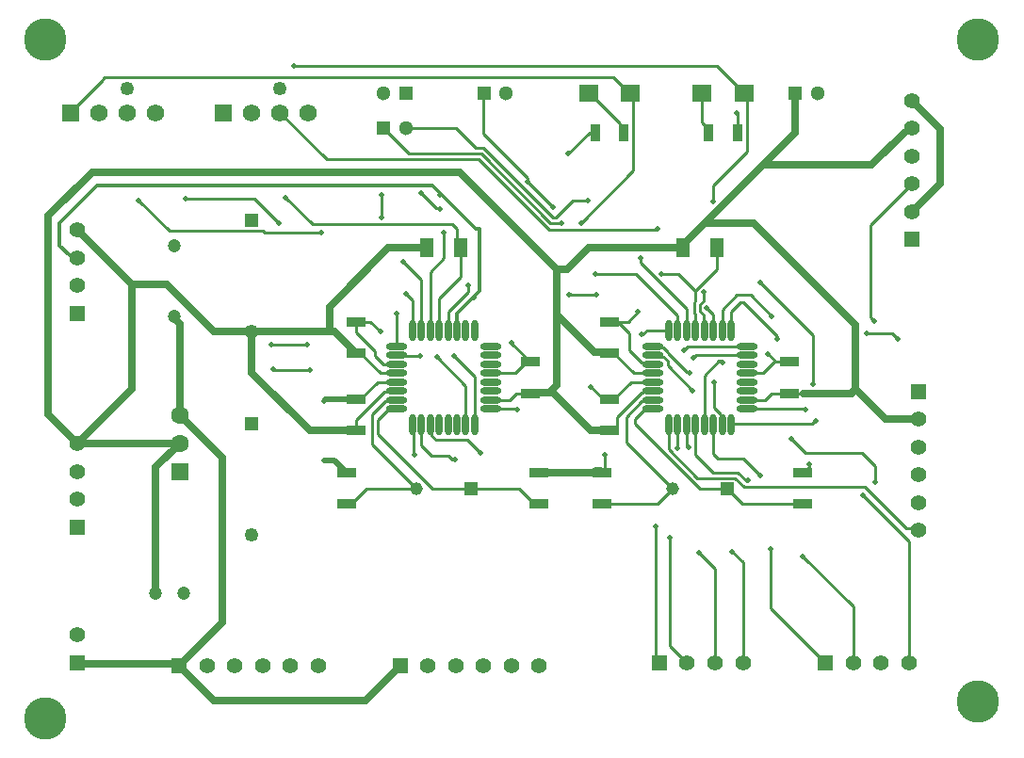
<source format=gtl>
G04*
G04 #@! TF.GenerationSoftware,Altium Limited,Altium Designer,22.1.2 (22)*
G04*
G04 Layer_Physical_Order=1*
G04 Layer_Color=255*
%FSLAX25Y25*%
%MOIN*%
G70*
G04*
G04 #@! TF.SameCoordinates,791223F6-2876-430F-897D-041DB45C5482*
G04*
G04*
G04 #@! TF.FilePolarity,Positive*
G04*
G01*
G75*
%ADD14C,0.01000*%
%ADD17R,0.03764X0.06338*%
%ADD18R,0.06693X0.03740*%
%ADD20R,0.06890X0.05906*%
%ADD21C,0.04921*%
%ADD22C,0.06181*%
%ADD23R,0.06181X0.06181*%
%ADD26C,0.05512*%
%ADD27R,0.05512X0.05512*%
%ADD28C,0.05118*%
%ADD29R,0.05118X0.05118*%
%ADD30R,0.04921X0.04921*%
%ADD32R,0.05512X0.05512*%
%ADD37O,0.02362X0.07677*%
%ADD38O,0.07677X0.02362*%
%ADD39R,0.04921X0.07087*%
%ADD40C,0.02500*%
%ADD41C,0.02000*%
%ADD42C,0.01200*%
%ADD43R,0.04547X0.04547*%
%ADD44C,0.04547*%
%ADD45C,0.04724*%
%ADD46R,0.06299X0.06299*%
%ADD47C,0.06299*%
%ADD48C,0.15000*%
%ADD49C,0.02000*%
D14*
X252458Y113108D02*
X280535D01*
X281535Y114108D01*
X281806D01*
X257663Y118234D02*
X278180D01*
X257537Y118360D02*
X257663Y118234D01*
X278180D02*
X278306Y118108D01*
X236806Y104608D02*
Y104879D01*
X236081Y105604D02*
Y112651D01*
Y105604D02*
X236806Y104879D01*
X232834Y112555D02*
X232931Y112651D01*
X232737Y104540D02*
X232834Y104637D01*
Y112555D01*
X239860Y93882D02*
X253306D01*
X217806Y113108D02*
Y114750D01*
X240806Y90108D02*
X250411D01*
X229781Y103961D02*
Y112651D01*
X217806Y113108D02*
X240806Y90108D01*
X229781Y103961D02*
X239860Y93882D01*
X239306Y102108D02*
Y105699D01*
X239230Y105774D02*
X239306Y105699D01*
X239230Y105774D02*
Y112651D01*
X239306Y102108D02*
X245532Y95882D01*
X252001Y112651D02*
X252458Y113108D01*
X251829Y112651D02*
X252001D01*
X124247Y149167D02*
X127806Y145608D01*
X119073Y149167D02*
X124247D01*
X254160Y216108D02*
Y222753D01*
X253806Y223108D02*
X254160Y222753D01*
X217310Y202612D02*
Y228986D01*
X225035Y181608D02*
X225535Y182108D01*
X225806D01*
X187556Y181608D02*
X225035D01*
X195806Y192108D02*
X201306D01*
X194306Y208608D02*
X201806Y216108D01*
X203683D01*
X198806Y184108D02*
X217310Y202612D01*
X162556Y206608D02*
X187556Y181608D01*
X215695Y230108D02*
X216187D01*
X217310Y228986D01*
X174344Y141415D02*
Y141826D01*
Y141415D02*
X180864Y134895D01*
X206276Y95620D02*
X206306D01*
X204829D02*
X206276D01*
X207306Y96620D02*
Y102108D01*
X206306Y95620D02*
X207306Y96620D01*
X215365Y149167D02*
X218806Y152608D01*
X208805Y149167D02*
X215365D01*
X202306Y126108D02*
X206794Y121620D01*
X208805D01*
X267099Y134895D02*
X267814D01*
X264968Y137741D02*
X267814Y134895D01*
X272544D01*
X279459Y97773D02*
Y98786D01*
X277306Y95620D02*
X279459Y97773D01*
X107806Y121108D02*
X108317Y121620D01*
X245529Y102384D02*
X247141Y100772D01*
X256141D01*
X245529Y102384D02*
Y112651D01*
X245532Y95882D02*
X254135D01*
X277306Y66108D02*
X295136Y48277D01*
Y28230D02*
Y48277D01*
X256141Y100772D02*
X262306Y94608D01*
X254135Y95882D02*
X257408Y92608D01*
X257806D01*
X265799Y47724D02*
Y68696D01*
Y47724D02*
X285294Y28230D01*
X257806Y92608D02*
Y93108D01*
X256580Y90608D02*
X299296D01*
X250411Y90108D02*
X255923Y84596D01*
X277306D01*
X299296Y90608D02*
X313912Y75992D01*
X252306Y67608D02*
X256022Y63892D01*
Y28230D02*
Y63892D01*
X246179Y28230D02*
Y61786D01*
X240495Y67470D02*
X246179Y61786D01*
X230240Y34327D02*
Y72598D01*
Y34327D02*
X236337Y28230D01*
X225306Y29419D02*
Y76608D01*
X242380Y130182D02*
X247455Y135258D01*
X248306D01*
X248806Y134758D01*
X238489Y136249D02*
X239498Y137258D01*
X257537D01*
X225306Y29419D02*
X226494Y28230D01*
X235306Y139108D02*
X236605Y140407D01*
X257537D01*
X299806Y145108D02*
X308741D01*
X310680Y143169D01*
X251829Y146116D02*
Y152631D01*
X255303Y156105D01*
X256131D02*
X268114Y144122D01*
X255303Y156105D02*
X256131D01*
X253885Y158694D02*
X258720D01*
X248679Y146116D02*
Y153488D01*
X258720Y158694D02*
X266306Y151108D01*
X248679Y153488D02*
X253885Y158694D01*
X268114Y143299D02*
Y144122D01*
Y143299D02*
X268306Y143108D01*
X273306Y107608D02*
X278306Y102608D01*
X298306D02*
X302806Y98108D01*
X278306Y102608D02*
X298306D01*
X302806Y92435D02*
Y98108D01*
X317425Y75992D02*
X318168Y75250D01*
X313912Y75992D02*
X317425D01*
X298586Y87782D02*
X314821Y71547D01*
Y28230D02*
Y71547D01*
X262306Y163108D02*
X280987Y144427D01*
Y127122D02*
Y144427D01*
X253306Y93882D02*
X256580Y90608D01*
X257537Y130958D02*
X263162D01*
X267099Y134895D01*
X222084Y146116D02*
X229781D01*
X220576Y144608D02*
X222084Y146116D01*
X220306Y144608D02*
X220576D01*
X229411Y133608D02*
X238306Y124714D01*
Y124608D02*
Y124714D01*
X236159Y131299D02*
X237114D01*
X229411Y138047D02*
X236159Y131299D01*
X237114D02*
X237306Y131108D01*
X227006Y140407D02*
X227475Y139939D01*
X227841D01*
X229411Y138368D01*
Y138047D02*
Y138368D01*
X224073Y140407D02*
X227006D01*
X229411Y133608D02*
Y135219D01*
X248211Y116146D02*
Y116419D01*
X245806Y118824D02*
X248211Y116419D01*
Y116146D02*
X248679Y115677D01*
Y112651D02*
Y115677D01*
X245806Y118824D02*
Y127608D01*
X242380Y112651D02*
Y130182D01*
X224073Y137258D02*
X225156D01*
X225624Y136789D01*
X227841D01*
X229411Y135219D01*
X301306Y150742D02*
Y183427D01*
Y150742D02*
X302675Y149373D01*
X246872Y239655D02*
X257542Y228986D01*
Y209345D02*
Y228986D01*
X245628Y197430D02*
X257542Y209345D01*
X245628Y191786D02*
Y197430D01*
X272544Y123872D02*
X277576D01*
X266311D02*
X272544D01*
X242343Y146153D02*
Y151535D01*
X238806Y152244D02*
X239230Y151819D01*
Y156397D02*
Y160068D01*
Y146116D02*
Y151819D01*
X242306Y156643D02*
Y159608D01*
X240806Y153073D02*
Y155143D01*
X242306Y156643D01*
X245529Y146116D02*
Y151884D01*
X240806Y153073D02*
X242343Y151535D01*
X243306Y154108D02*
X245529Y151884D01*
X238806Y152244D02*
Y155972D01*
X239230Y156397D01*
X301306Y183427D02*
X315806Y197927D01*
X179920Y198590D02*
Y198686D01*
Y198590D02*
X188806Y189704D01*
Y189608D02*
Y189704D01*
X179806Y198800D02*
X179920Y198686D01*
X179806Y198800D02*
Y200108D01*
X164306Y215608D02*
Y230045D01*
Y215608D02*
X179806Y200108D01*
X163442Y208608D02*
X187942Y184108D01*
X188770Y186108D02*
X189806D01*
X161634Y210608D02*
X164270D01*
X137868Y208608D02*
X163442D01*
X164270Y210608D02*
X188770Y186108D01*
X187942Y184108D02*
X191806D01*
X108806Y206608D02*
X162556D01*
X203770Y166108D02*
X218306D01*
X195306Y158608D02*
X204306D01*
X194806Y159108D02*
X195306Y158608D01*
X194668Y158865D02*
Y158970D01*
X194806Y159108D01*
X232931Y146116D02*
Y151482D01*
X218306Y166108D02*
X232931Y151482D01*
X189806Y186108D02*
X195806Y192108D01*
X128883Y217594D02*
X137868Y208608D01*
X154648Y217594D02*
X161634Y210608D01*
X136757Y217594D02*
X154648D01*
X92306Y223108D02*
X108806Y206608D01*
X219823Y170090D02*
Y171590D01*
X233173Y166126D02*
X239230Y160068D01*
X227323Y166126D02*
X233173D01*
X219823Y170090D02*
X236081Y153833D01*
X219806Y171608D02*
X219823Y171590D01*
X236081Y146116D02*
Y153833D01*
X239230Y160068D02*
X246809Y167647D01*
X242343Y146153D02*
X242380Y146116D01*
X246809Y167647D02*
Y175281D01*
X241656Y219654D02*
X243916Y217395D01*
Y216108D02*
Y217395D01*
X241656Y219654D02*
Y230108D01*
X176054Y118360D02*
X176306Y118108D01*
X166856Y118360D02*
X176054D01*
X97066Y239655D02*
X246872D01*
X30127Y235573D02*
X210231D01*
X29541Y234987D02*
X30127Y235573D01*
X18023Y223108D02*
X20613Y225699D01*
X29541Y234626D02*
Y234987D01*
X20613Y225699D02*
Y225699D01*
X29541Y234626D01*
X210231Y235573D02*
X215695Y230108D01*
X201916D02*
X212546Y219478D01*
Y217490D02*
Y219478D01*
Y217490D02*
X213928Y216108D01*
X201424Y230108D02*
X201916D01*
X164306Y230045D02*
X164369Y230108D01*
X158806Y159608D02*
Y162108D01*
X153197Y183716D02*
X154806Y182108D01*
X103697Y183716D02*
X153197D01*
X128319Y186216D02*
Y194095D01*
X128306Y194108D02*
X128319Y194095D01*
X94306Y193108D02*
X103697Y183716D01*
X135895Y170340D02*
X142249Y163985D01*
Y146116D02*
Y163985D01*
X136806Y159108D02*
X139100Y156814D01*
Y146116D02*
Y156814D01*
X150306Y171608D02*
Y180608D01*
X145399Y166701D02*
X150306Y171608D01*
X142306Y194608D02*
X147614Y189299D01*
X148614D02*
X148806Y189108D01*
X147614Y189299D02*
X148614D01*
X145399Y146116D02*
Y166701D01*
X58806Y192608D02*
X83306D01*
X91806Y184108D01*
X86197Y181243D02*
X86832Y180608D01*
X106806D01*
X53171Y181243D02*
X86197D01*
X42306Y192108D02*
X53171Y181243D01*
X94306Y193108D02*
Y193164D01*
X147806Y136608D02*
X157997Y126416D01*
Y112651D02*
Y126416D01*
X153806Y137108D02*
X161147Y129766D01*
Y112651D02*
Y129766D01*
X151752Y152554D02*
X158806Y159608D01*
X142249Y105321D02*
Y112651D01*
Y105321D02*
X145962Y101608D01*
X153065Y100339D02*
X154148D01*
X145962Y101608D02*
X151796D01*
X153065Y100339D01*
X158601Y107313D02*
X163306Y102608D01*
X145399Y112651D02*
X145868Y112183D01*
Y108883D02*
Y112183D01*
Y108883D02*
X147438Y107313D01*
X158601D01*
X139360Y102553D02*
Y112391D01*
X126806Y109451D02*
Y114432D01*
X139360Y102553D02*
X139806Y102108D01*
X146149Y90108D02*
X159730D01*
X139100Y112651D02*
X139360Y112391D01*
X126806Y109451D02*
X146149Y90108D01*
X132145Y98480D02*
X140517Y90108D01*
X132019Y98480D02*
X132145D01*
X119073Y145481D02*
X125923Y138631D01*
X119073Y145481D02*
Y149167D01*
X128806Y134108D02*
X133391D01*
X125923Y136991D02*
X128806Y134108D01*
X125923Y136991D02*
Y138631D01*
X133391Y137258D02*
X133466Y137183D01*
X141731D02*
X141806Y137108D01*
X133466Y137183D02*
X141731D01*
X89998Y132544D02*
X90434Y132108D01*
X102806D01*
X89306Y141084D02*
X101806D01*
X126806Y114432D02*
X130734Y118360D01*
X124806Y105694D02*
X132019Y98480D01*
X133137Y124405D02*
X133391Y124659D01*
X119073Y110596D02*
Y114282D01*
X124806Y105694D02*
Y116224D01*
X129623Y121041D01*
X119073Y114282D02*
X129196Y124405D01*
X130734Y118360D02*
X133391D01*
X129196Y124405D02*
X133137D01*
X133391Y152006D02*
X133553Y152168D01*
X133391Y140407D02*
Y152006D01*
X154806Y176602D02*
Y182108D01*
Y176602D02*
X156127Y175281D01*
Y165087D02*
Y175281D01*
X82306Y145834D02*
X83080D01*
X314585Y217612D02*
X315806D01*
X313149Y216177D02*
X314585Y217612D01*
X234801Y175281D02*
Y176363D01*
X175946Y123872D02*
X180864D01*
X173584Y121510D02*
X175946Y123872D01*
X180864D02*
X180919Y123927D01*
X148549Y146116D02*
Y157508D01*
X156127Y165087D01*
X151752Y146169D02*
Y152554D01*
X151698Y146116D02*
X151752Y146169D01*
X208805Y121620D02*
X210282D01*
X206306Y84596D02*
X225687D01*
X231199Y90108D01*
X117392Y84596D02*
X122903Y90108D01*
X115915Y84596D02*
X117392D01*
X122903Y90108D02*
X140517D01*
X176817D02*
X182329Y84596D01*
X183806D01*
X159730Y90108D02*
X176817D01*
X217806Y114750D02*
X221415Y118360D01*
X224073D01*
X214806Y106501D02*
X231199Y90108D01*
X220578Y121041D02*
X221047Y121510D01*
X220305Y121041D02*
X220578D01*
X221047Y121510D02*
X224073D01*
X214806Y115542D02*
X220305Y121041D01*
X214806Y106501D02*
Y115542D01*
X129623Y121041D02*
X129896D01*
X130365Y121510D01*
X133391D01*
X19714Y172694D02*
X20577Y171830D01*
X17720Y172694D02*
X19714D01*
X20577Y106015D02*
X20624Y106062D01*
X56759D02*
X56806Y106108D01*
X120549Y121620D02*
X126738Y127809D01*
X263949Y121510D02*
X266311Y123872D01*
X257537Y121510D02*
X263949D01*
X212306Y148608D02*
X215806Y145108D01*
Y139076D02*
X220305Y134576D01*
X215806Y139076D02*
Y145108D01*
X209365Y148608D02*
X212306D01*
X208805Y149167D02*
X209365Y148608D01*
X220305Y134576D02*
X220578D01*
X221047Y134108D01*
X224073D01*
X210282Y138143D02*
X217467Y130958D01*
X208805Y138143D02*
X210282D01*
X217467Y130958D02*
X224073D01*
X220578Y124191D02*
X221047Y124659D01*
X220305Y124191D02*
X220578D01*
X211652Y115538D02*
X220305Y124191D01*
X211652Y111966D02*
Y115538D01*
X210282Y110596D02*
X211652Y111966D01*
X221047Y124659D02*
X224073D01*
X216471Y127809D02*
X224073D01*
X210282Y121620D02*
X216471Y127809D01*
X175450Y130958D02*
X179387Y134895D01*
X180864D01*
X166856Y130958D02*
X175450D01*
X166856Y121510D02*
X173584D01*
X119073Y121620D02*
X120549D01*
X126738Y127809D02*
X133391D01*
X120549Y138143D02*
X127734Y130958D01*
X133391D01*
X119073Y138143D02*
X120549D01*
D17*
X243916Y216108D02*
D03*
X254160D02*
D03*
X213928D02*
D03*
X203683D02*
D03*
D18*
X115915Y95620D02*
D03*
Y84596D02*
D03*
X183806Y95620D02*
D03*
Y84596D02*
D03*
X208805Y110596D02*
D03*
Y121620D02*
D03*
Y138143D02*
D03*
Y149167D02*
D03*
X206306Y95620D02*
D03*
Y84596D02*
D03*
X119073Y138143D02*
D03*
Y149167D02*
D03*
Y110596D02*
D03*
Y121620D02*
D03*
X180864Y123872D02*
D03*
Y134895D02*
D03*
X277306Y95620D02*
D03*
Y84596D02*
D03*
X272544Y123872D02*
D03*
Y134895D02*
D03*
D20*
X201424Y230108D02*
D03*
X216187D02*
D03*
X241656D02*
D03*
X256420D02*
D03*
D21*
X38023Y231612D02*
D03*
X92306D02*
D03*
X82306Y145834D02*
D03*
Y73830D02*
D03*
D22*
X48023Y223108D02*
D03*
X38023D02*
D03*
X28023D02*
D03*
X102306D02*
D03*
X92306D02*
D03*
X82306D02*
D03*
D23*
X18023D02*
D03*
X72306D02*
D03*
D26*
X318168Y75250D02*
D03*
Y85092D02*
D03*
Y94935D02*
D03*
Y104777D02*
D03*
Y114620D02*
D03*
X315806Y227454D02*
D03*
Y217612D02*
D03*
Y207769D02*
D03*
Y197927D02*
D03*
Y188084D02*
D03*
X105755Y27344D02*
D03*
X95913D02*
D03*
X86070D02*
D03*
X76228D02*
D03*
X66385D02*
D03*
X20430Y38368D02*
D03*
X20577Y86330D02*
D03*
Y96173D02*
D03*
Y106015D02*
D03*
X183912Y27344D02*
D03*
X174069D02*
D03*
X164227D02*
D03*
X154384D02*
D03*
X144542D02*
D03*
X236337Y28230D02*
D03*
X246179D02*
D03*
X256022D02*
D03*
X295136D02*
D03*
X304979D02*
D03*
X314821D02*
D03*
X20577Y161988D02*
D03*
Y171830D02*
D03*
Y181673D02*
D03*
D27*
X318168Y124462D02*
D03*
X315806Y178242D02*
D03*
X20430Y28525D02*
D03*
X20577Y76488D02*
D03*
Y152145D02*
D03*
D28*
X136757Y217594D02*
D03*
X128883Y230108D02*
D03*
X282489D02*
D03*
X172243D02*
D03*
D29*
X128883Y217594D02*
D03*
X136757Y230108D02*
D03*
X274615D02*
D03*
X164369D02*
D03*
D30*
X82306Y185204D02*
D03*
Y113200D02*
D03*
D32*
X56543Y27344D02*
D03*
X134699D02*
D03*
X226494Y28230D02*
D03*
X285294D02*
D03*
D37*
X229781Y146116D02*
D03*
X232931D02*
D03*
X236081D02*
D03*
X239230D02*
D03*
X242380D02*
D03*
X245529D02*
D03*
X248679D02*
D03*
X251829D02*
D03*
Y112651D02*
D03*
X248679D02*
D03*
X245529D02*
D03*
X242380D02*
D03*
X239230D02*
D03*
X236081D02*
D03*
X232931D02*
D03*
X229781D02*
D03*
X139100Y146116D02*
D03*
X142249D02*
D03*
X145399D02*
D03*
X148549D02*
D03*
X151698D02*
D03*
X154848D02*
D03*
X157997D02*
D03*
X161147D02*
D03*
Y112651D02*
D03*
X157997D02*
D03*
X154848D02*
D03*
X151698D02*
D03*
X148549D02*
D03*
X145399D02*
D03*
X142249D02*
D03*
X139100D02*
D03*
D38*
X257537Y140407D02*
D03*
Y137258D02*
D03*
Y134108D02*
D03*
Y130958D02*
D03*
Y127809D02*
D03*
Y124659D02*
D03*
Y121510D02*
D03*
Y118360D02*
D03*
X224073D02*
D03*
Y121510D02*
D03*
Y124659D02*
D03*
Y127809D02*
D03*
Y130958D02*
D03*
Y134108D02*
D03*
Y137258D02*
D03*
Y140407D02*
D03*
X166856D02*
D03*
Y137258D02*
D03*
Y134108D02*
D03*
Y130958D02*
D03*
Y127809D02*
D03*
Y124659D02*
D03*
Y121510D02*
D03*
Y118360D02*
D03*
X133391D02*
D03*
Y121510D02*
D03*
Y124659D02*
D03*
Y127809D02*
D03*
Y130958D02*
D03*
Y134108D02*
D03*
Y137258D02*
D03*
Y140407D02*
D03*
D39*
X156127Y175281D02*
D03*
X144120D02*
D03*
X246809D02*
D03*
X234801D02*
D03*
D40*
X315806Y227454D02*
X325806Y217454D01*
Y198084D02*
Y217454D01*
X315806Y188084D02*
X325806Y198084D01*
X306540Y114620D02*
X318168D01*
X295824Y125336D02*
X306540Y114620D01*
X259760Y184154D02*
X295824Y148090D01*
X277576Y123872D02*
X294359D01*
X295824Y125336D02*
Y148090D01*
X294359Y123872D02*
X295824Y125336D01*
X234801Y176363D02*
X263046Y204608D01*
X201478Y175281D02*
X234801D01*
X193806Y167608D02*
X201478Y175281D01*
X190306Y167608D02*
X193806D01*
X190306Y126608D02*
Y167608D01*
X191306Y150608D02*
X203528Y138386D01*
X188306Y124608D02*
X190306Y126608D01*
X155806Y202108D02*
X190306Y167608D01*
X25806Y202108D02*
X155806D01*
X10306Y186608D02*
X25806Y202108D01*
X82306Y131108D02*
Y145834D01*
Y131108D02*
X102817Y110596D01*
X119073D01*
X187624Y123927D02*
X188306Y124608D01*
X208805Y110596D02*
X210282D01*
X202317D02*
X208805D01*
X243674Y184154D02*
X259760D01*
X263046Y204608D02*
X274615Y216177D01*
X263046Y204608D02*
X301581D01*
X313149Y216177D01*
X274615D02*
Y230108D01*
X188306Y124608D02*
X202317Y110596D01*
X180919Y123927D02*
X187624D01*
X208563Y138386D02*
X208805Y138143D01*
X203528Y138386D02*
X208563D01*
X10306Y116287D02*
Y186608D01*
Y116287D02*
X20577Y106015D01*
X130633Y175281D02*
X144120D01*
X109806Y145834D02*
Y154453D01*
X130633Y175281D01*
X109806Y145834D02*
X111382D01*
X83080D02*
X109806D01*
X204209Y96240D02*
X205656D01*
X206276Y95620D01*
X183806D02*
X204829D01*
X111382Y145834D02*
X119073Y138143D01*
X52220Y162445D02*
X68831Y145834D01*
X39806Y162445D02*
X52220D01*
X68831Y145834D02*
X82306D01*
X20624Y106062D02*
X39806Y125244D01*
X20577Y181673D02*
X39806Y162445D01*
Y125244D02*
Y162445D01*
X48306Y97608D02*
X56759Y106062D01*
X20624D02*
X56759D01*
X56806Y116108D02*
X71806Y101108D01*
Y42607D02*
Y101108D01*
X48306Y53108D02*
Y97608D01*
X54806Y150506D02*
Y151108D01*
X56806Y116108D02*
Y148506D01*
X54806Y150506D02*
X56806Y148506D01*
X56543Y27344D02*
X71806Y42607D01*
X56543Y27344D02*
X68779Y15108D01*
X122463D01*
X134699Y27344D01*
X21020Y27935D02*
X55952D01*
X20430Y28525D02*
X21020Y27935D01*
X55952D02*
X56543Y27344D01*
D41*
X108317Y121620D02*
X119073D01*
X107949Y99975D02*
X111560D01*
X115915Y95620D01*
D42*
X161499Y182008D02*
X162906D01*
X146242Y197264D02*
X161499Y182008D01*
X162906Y160208D02*
Y182008D01*
X27462Y197264D02*
X146242D01*
X148819Y194122D02*
Y194687D01*
X154848Y152150D02*
X162906Y160208D01*
X14306Y184108D02*
X27462Y197264D01*
X14306Y176108D02*
Y184108D01*
Y176108D02*
X17720Y172694D01*
X154848Y146116D02*
Y152150D01*
D43*
X250411Y90108D02*
D03*
X159730D02*
D03*
D44*
X231199D02*
D03*
X140517D02*
D03*
D45*
X54806Y151108D02*
D03*
Y176108D02*
D03*
X48306Y53108D02*
D03*
X58306D02*
D03*
D46*
X56806Y96108D02*
D03*
D47*
Y106108D02*
D03*
Y116108D02*
D03*
D48*
X9306Y249108D02*
D03*
Y8608D02*
D03*
X339306Y14608D02*
D03*
Y249108D02*
D03*
D49*
X281806Y114108D02*
D03*
X278306Y118108D02*
D03*
X236806Y104608D02*
D03*
X232737Y104540D02*
D03*
X127806Y145608D02*
D03*
X253806Y223108D02*
D03*
X225806Y182108D02*
D03*
X201306Y192108D02*
D03*
X194306Y208608D02*
D03*
X198806Y184108D02*
D03*
X174344Y141826D02*
D03*
X207306Y102108D02*
D03*
X218806Y152608D02*
D03*
X202306Y126108D02*
D03*
X264968Y137741D02*
D03*
X279459Y98786D02*
D03*
X107806Y121108D02*
D03*
X107949Y99975D02*
D03*
X277306Y66108D02*
D03*
X262306Y94608D02*
D03*
X265799Y68696D02*
D03*
X257806Y93108D02*
D03*
X252306Y67608D02*
D03*
X240495Y67470D02*
D03*
X230240Y72598D02*
D03*
X225306Y76608D02*
D03*
X238489Y136249D02*
D03*
X248806Y134758D02*
D03*
X235306Y139108D02*
D03*
X266306Y151108D02*
D03*
X299806Y145108D02*
D03*
X310680Y143169D02*
D03*
X273306Y107608D02*
D03*
X302806Y92435D02*
D03*
X298586Y87782D02*
D03*
X268306Y143108D02*
D03*
X220306Y144608D02*
D03*
X238306Y124608D02*
D03*
X237306Y131108D02*
D03*
X280987Y127122D02*
D03*
X262306Y163108D02*
D03*
X245628Y191786D02*
D03*
X243306Y154108D02*
D03*
X245806Y127608D02*
D03*
X302675Y149373D02*
D03*
X188806Y189608D02*
D03*
X203770Y166108D02*
D03*
X204306Y158608D02*
D03*
X191806Y184108D02*
D03*
X179920Y198686D02*
D03*
X148819Y194122D02*
D03*
X227323Y166126D02*
D03*
X219806Y171608D02*
D03*
X242306Y159608D02*
D03*
X160806Y157608D02*
D03*
X194668Y158865D02*
D03*
X176306Y118108D02*
D03*
X97066Y239655D02*
D03*
X128319Y186216D02*
D03*
X128306Y194108D02*
D03*
X135895Y170340D02*
D03*
X150306Y180608D02*
D03*
X148806Y189108D02*
D03*
X142306Y194608D02*
D03*
X58806Y192608D02*
D03*
X91806Y184108D02*
D03*
X136806Y159108D02*
D03*
X106806Y180608D02*
D03*
X94306Y193164D02*
D03*
X147806Y136608D02*
D03*
X42306Y192108D02*
D03*
X153806Y137108D02*
D03*
X154148Y100339D02*
D03*
X163306Y102608D02*
D03*
X139806Y102108D02*
D03*
X141806Y137108D02*
D03*
X89998Y132544D02*
D03*
X102806Y132108D02*
D03*
X89306Y141084D02*
D03*
X101806D02*
D03*
X133553Y152168D02*
D03*
X158806Y162108D02*
D03*
M02*

</source>
